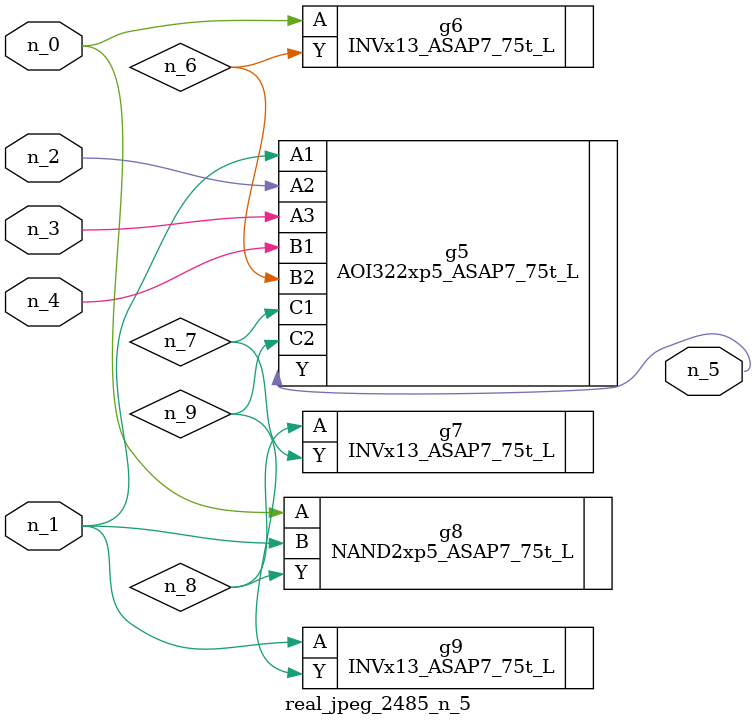
<source format=v>
module real_jpeg_2485_n_5 (n_4, n_0, n_1, n_2, n_3, n_5);

input n_4;
input n_0;
input n_1;
input n_2;
input n_3;

output n_5;

wire n_8;
wire n_6;
wire n_7;
wire n_9;

INVx13_ASAP7_75t_L g6 ( 
.A(n_0),
.Y(n_6)
);

NAND2xp5_ASAP7_75t_L g8 ( 
.A(n_0),
.B(n_1),
.Y(n_8)
);

AOI322xp5_ASAP7_75t_L g5 ( 
.A1(n_1),
.A2(n_2),
.A3(n_3),
.B1(n_4),
.B2(n_6),
.C1(n_7),
.C2(n_9),
.Y(n_5)
);

INVx13_ASAP7_75t_L g9 ( 
.A(n_1),
.Y(n_9)
);

INVx13_ASAP7_75t_L g7 ( 
.A(n_8),
.Y(n_7)
);


endmodule
</source>
